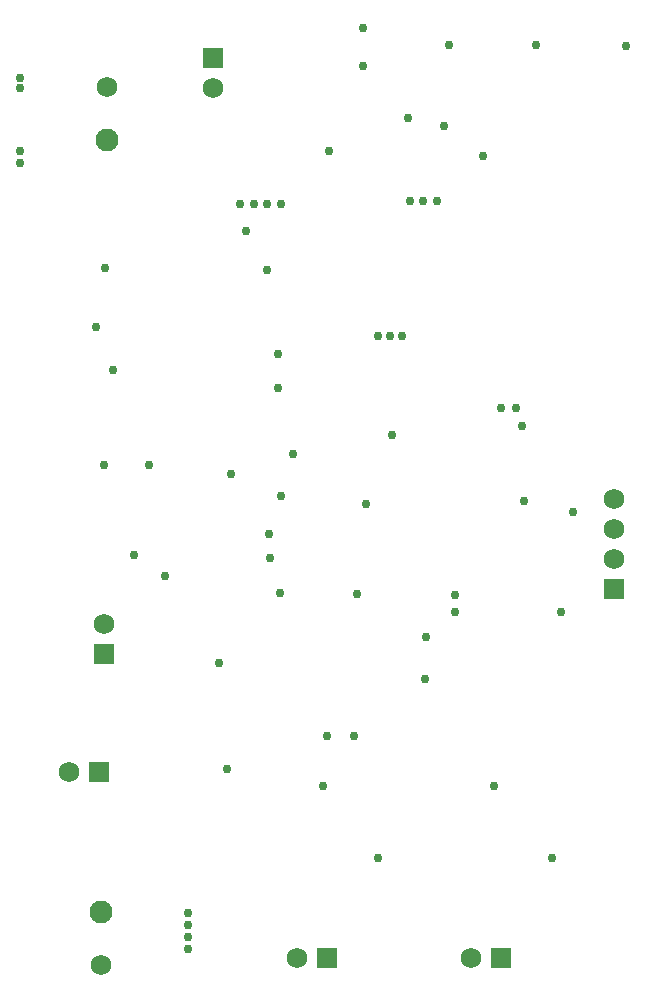
<source format=gbs>
G04*
G04 #@! TF.GenerationSoftware,Altium Limited,Altium Designer,20.1.14 (287)*
G04*
G04 Layer_Color=16711935*
%FSLAX25Y25*%
%MOIN*%
G70*
G04*
G04 #@! TF.SameCoordinates,C5642C15-9C93-435C-A7BF-0FB1E55D52FF*
G04*
G04*
G04 #@! TF.FilePolarity,Negative*
G04*
G01*
G75*
%ADD58C,0.06890*%
%ADD59R,0.06890X0.06890*%
%ADD60C,0.07677*%
%ADD61R,0.06890X0.06890*%
%ADD62C,0.02953*%
D58*
X153500Y27000D02*
D03*
X30000Y24716D02*
D03*
X67500Y317000D02*
D03*
X32000Y317284D02*
D03*
X201000Y180000D02*
D03*
Y170000D02*
D03*
Y160000D02*
D03*
X31000Y138500D02*
D03*
X19500Y89000D02*
D03*
X95500Y27000D02*
D03*
D59*
X163500D02*
D03*
X29500Y89000D02*
D03*
X105500Y27000D02*
D03*
D60*
X30000Y42433D02*
D03*
X32000Y299567D02*
D03*
D61*
X67500Y327000D02*
D03*
X201000Y150000D02*
D03*
X31000Y128500D02*
D03*
D62*
X170500Y204500D02*
D03*
X187337Y175663D02*
D03*
X115348Y148348D02*
D03*
X89729Y148729D02*
D03*
X157500Y294500D02*
D03*
X180500Y60500D02*
D03*
X122500D02*
D03*
X168500Y210500D02*
D03*
X163500D02*
D03*
X104000Y84500D02*
D03*
X138000Y120000D02*
D03*
X138500Y134000D02*
D03*
X148000Y142500D02*
D03*
X161000Y84500D02*
D03*
X148000Y148000D02*
D03*
X183500Y142500D02*
D03*
X73500Y188500D02*
D03*
X86500Y160500D02*
D03*
X90037Y181037D02*
D03*
X31000Y191500D02*
D03*
X46000D02*
D03*
X94000Y195000D02*
D03*
X85500Y256500D02*
D03*
X114500Y101000D02*
D03*
X171000Y179500D02*
D03*
X51500Y154500D02*
D03*
X72000Y90000D02*
D03*
X69500Y125500D02*
D03*
X86000Y168500D02*
D03*
X105500Y101000D02*
D03*
X127149Y201351D02*
D03*
X122500Y234500D02*
D03*
X130500D02*
D03*
X41000Y161500D02*
D03*
X31500Y257000D02*
D03*
X78500Y269500D02*
D03*
X118500Y178500D02*
D03*
X59000Y30000D02*
D03*
Y34000D02*
D03*
Y38000D02*
D03*
Y42000D02*
D03*
X205000Y331000D02*
D03*
X28500Y237440D02*
D03*
X34000Y223000D02*
D03*
X144500Y304500D02*
D03*
X90000Y278500D02*
D03*
X85500D02*
D03*
X81000D02*
D03*
X76500D02*
D03*
X126500Y234500D02*
D03*
X89000Y228500D02*
D03*
Y217000D02*
D03*
X142000Y279500D02*
D03*
X137500D02*
D03*
X133000D02*
D03*
X106000Y296000D02*
D03*
X132500Y307000D02*
D03*
X3000Y292000D02*
D03*
Y296000D02*
D03*
Y320500D02*
D03*
Y317000D02*
D03*
X117500Y324500D02*
D03*
Y337000D02*
D03*
X175000Y331500D02*
D03*
X146000D02*
D03*
M02*

</source>
